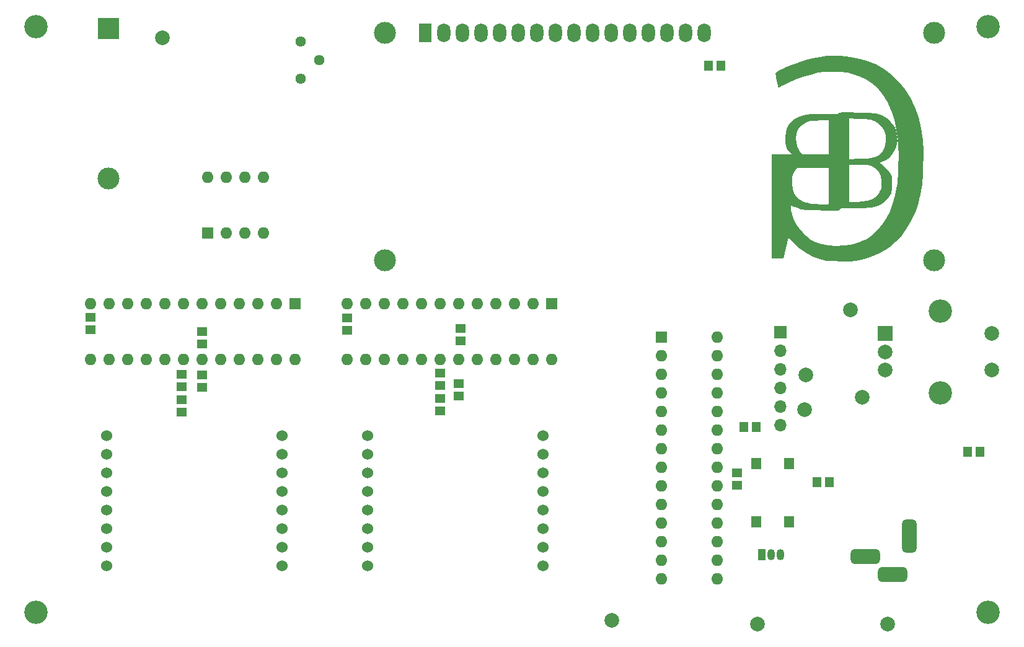
<source format=gbr>
%TF.GenerationSoftware,KiCad,Pcbnew,(6.0.5)*%
%TF.CreationDate,2022-07-19T18:48:39-04:00*%
%TF.ProjectId,Clock,436c6f63-6b2e-46b6-9963-61645f706362,rev?*%
%TF.SameCoordinates,PX4c4b400PY8a48640*%
%TF.FileFunction,Soldermask,Bot*%
%TF.FilePolarity,Negative*%
%FSLAX46Y46*%
G04 Gerber Fmt 4.6, Leading zero omitted, Abs format (unit mm)*
G04 Created by KiCad (PCBNEW (6.0.5)) date 2022-07-19 18:48:39*
%MOMM*%
%LPD*%
G01*
G04 APERTURE LIST*
G04 Aperture macros list*
%AMRoundRect*
0 Rectangle with rounded corners*
0 $1 Rounding radius*
0 $2 $3 $4 $5 $6 $7 $8 $9 X,Y pos of 4 corners*
0 Add a 4 corners polygon primitive as box body*
4,1,4,$2,$3,$4,$5,$6,$7,$8,$9,$2,$3,0*
0 Add four circle primitives for the rounded corners*
1,1,$1+$1,$2,$3*
1,1,$1+$1,$4,$5*
1,1,$1+$1,$6,$7*
1,1,$1+$1,$8,$9*
0 Add four rect primitives between the rounded corners*
20,1,$1+$1,$2,$3,$4,$5,0*
20,1,$1+$1,$4,$5,$6,$7,0*
20,1,$1+$1,$6,$7,$8,$9,0*
20,1,$1+$1,$8,$9,$2,$3,0*%
G04 Aperture macros list end*
%ADD10C,3.200000*%
%ADD11R,1.600000X1.600000*%
%ADD12O,1.600000X1.600000*%
%ADD13R,2.000000X2.000000*%
%ADD14C,2.000000*%
%ADD15C,1.524000*%
%ADD16C,3.000000*%
%ADD17R,1.800000X2.600000*%
%ADD18O,1.800000X2.600000*%
%ADD19C,1.440000*%
%ADD20R,1.050000X1.500000*%
%ADD21O,1.050000X1.500000*%
%ADD22R,1.400000X1.150000*%
%ADD23R,1.150000X1.400000*%
%ADD24RoundRect,0.500000X0.500000X-1.750000X0.500000X1.750000X-0.500000X1.750000X-0.500000X-1.750000X0*%
%ADD25RoundRect,0.500000X1.500000X0.500000X-1.500000X0.500000X-1.500000X-0.500000X1.500000X-0.500000X0*%
%ADD26R,3.000000X3.000000*%
%ADD27R,1.400000X1.600000*%
%ADD28R,1.700000X1.700000*%
%ADD29O,1.700000X1.700000*%
G04 APERTURE END LIST*
%TO.C,G\u002A\u002A\u002A*%
G36*
X121914426Y63328143D02*
G01*
X121908228Y62939959D01*
X121889207Y62662813D01*
X121850808Y62454605D01*
X121786474Y62273233D01*
X121689649Y62076593D01*
X121655475Y62014828D01*
X121375293Y61620291D01*
X121009754Y61232225D01*
X120610438Y60900169D01*
X120228923Y60673662D01*
X120023349Y60586289D01*
X119724618Y60477227D01*
X119419339Y60394242D01*
X119080305Y60333945D01*
X118680305Y60292947D01*
X118192131Y60267858D01*
X117588572Y60255290D01*
X116842420Y60251854D01*
X116604872Y60251831D01*
X116022685Y60250966D01*
X115583357Y60247527D01*
X115266782Y60239740D01*
X115052853Y60225829D01*
X114921464Y60204020D01*
X114852509Y60172538D01*
X114825880Y60129608D01*
X114821472Y60073454D01*
X114821323Y60054333D01*
X114813738Y60007130D01*
X114781345Y59970738D01*
X114706009Y59944124D01*
X114569596Y59926257D01*
X114353972Y59916104D01*
X114041003Y59912632D01*
X113612556Y59914808D01*
X113050496Y59921601D01*
X112336690Y59931977D01*
X111961196Y59937729D01*
X111309081Y59949341D01*
X110792652Y59962177D01*
X110388941Y59977938D01*
X110074980Y59998327D01*
X109827800Y60025047D01*
X109624432Y60059799D01*
X109441907Y60104286D01*
X109257258Y60160210D01*
X108926371Y60276019D01*
X108609754Y60403386D01*
X108386522Y60511197D01*
X108110435Y60670873D01*
X108110435Y60187079D01*
X108120562Y59987781D01*
X108240674Y59408192D01*
X108480386Y58782530D01*
X108819700Y58139156D01*
X109238618Y57506429D01*
X109717142Y56912708D01*
X110235273Y56386354D01*
X110773015Y55955725D01*
X111310369Y55649181D01*
X111467511Y55582830D01*
X112314028Y55315676D01*
X113253991Y55148267D01*
X114250055Y55081578D01*
X115264870Y55116583D01*
X116261089Y55254255D01*
X117201363Y55495569D01*
X117775998Y55708990D01*
X118421028Y56033257D01*
X119031034Y56450161D01*
X119657684Y56991165D01*
X120024278Y57357714D01*
X120633186Y58088240D01*
X121159886Y58901803D01*
X121611898Y59814585D01*
X121996745Y60842766D01*
X122321947Y62002527D01*
X122595027Y63310048D01*
X122641547Y63638595D01*
X122690249Y64159857D01*
X122730856Y64790588D01*
X122762658Y65497980D01*
X122784949Y66249224D01*
X122797020Y67011511D01*
X122798163Y67752035D01*
X122787670Y68437986D01*
X122764832Y69036556D01*
X122728942Y69514937D01*
X122723476Y69566501D01*
X122515122Y70997844D01*
X122209339Y72336185D01*
X121810749Y73567161D01*
X121323979Y74676411D01*
X120753652Y75649571D01*
X120489862Y76016668D01*
X119853898Y76743157D01*
X119135857Y77354022D01*
X118317116Y77861679D01*
X117379048Y78278547D01*
X116303029Y78617045D01*
X116141760Y78659191D01*
X115779794Y78748089D01*
X115468204Y78810335D01*
X115162936Y78850837D01*
X114819940Y78874505D01*
X114395162Y78886245D01*
X113844549Y78890967D01*
X113465659Y78890921D01*
X112901825Y78880478D01*
X112449572Y78854591D01*
X112071787Y78810718D01*
X111731353Y78746319D01*
X111587391Y78712813D01*
X110708606Y78474224D01*
X109753467Y78165298D01*
X108777285Y77806168D01*
X107835371Y77416971D01*
X106983038Y77017839D01*
X106914347Y76983518D01*
X106645104Y76854740D01*
X106450009Y76770601D01*
X106367393Y76747907D01*
X106344347Y76827216D01*
X106297756Y77035325D01*
X106236249Y77330887D01*
X106167873Y77672921D01*
X106100680Y78020444D01*
X106042718Y78332473D01*
X106002038Y78568027D01*
X105986690Y78686123D01*
X105987236Y78691051D01*
X106073157Y78782561D01*
X106287455Y78924592D01*
X106604022Y79103117D01*
X106996750Y79304110D01*
X107439530Y79513544D01*
X107906252Y79717392D01*
X108126600Y79807355D01*
X109078547Y80154156D01*
X110077143Y80457809D01*
X111083912Y80709477D01*
X112060378Y80900320D01*
X112968066Y81021498D01*
X113768500Y81064172D01*
X114849425Y81033795D01*
X116235990Y80896669D01*
X117531924Y80652076D01*
X118721114Y80303257D01*
X119787449Y79853454D01*
X120870173Y79232673D01*
X121928989Y78440869D01*
X122877281Y77523139D01*
X123713015Y76482783D01*
X124434157Y75323103D01*
X125038674Y74047399D01*
X125524530Y72658972D01*
X125889693Y71161123D01*
X126132127Y69557152D01*
X126135903Y69520840D01*
X126163736Y69114400D01*
X126182205Y68562129D01*
X126191010Y67885405D01*
X126189852Y67105606D01*
X126178434Y66244109D01*
X126168557Y65748834D01*
X126149918Y65035266D01*
X126125567Y64439465D01*
X126091921Y63928780D01*
X126045397Y63470559D01*
X125982413Y63032149D01*
X125899384Y62580899D01*
X125792729Y62084158D01*
X125658864Y61509273D01*
X125507176Y60935476D01*
X125091749Y59735249D01*
X124561965Y58581500D01*
X123932393Y57497886D01*
X123217604Y56508060D01*
X122432167Y55635676D01*
X121590650Y54904389D01*
X121040327Y54526957D01*
X120124360Y54021875D01*
X119120446Y53591801D01*
X118073932Y53255361D01*
X117030168Y53031183D01*
X117013818Y53028770D01*
X116768212Y53007838D01*
X116391256Y52992212D01*
X115917870Y52982629D01*
X115382969Y52979827D01*
X114821472Y52984544D01*
X114237984Y52995926D01*
X113715555Y53013566D01*
X113301290Y53038997D01*
X112962562Y53074961D01*
X112666746Y53124195D01*
X112381213Y53189440D01*
X112343928Y53199037D01*
X111278957Y53562437D01*
X110265593Y54080595D01*
X109323595Y54741661D01*
X108472717Y55533785D01*
X107801744Y56250937D01*
X107048562Y53371095D01*
X106262776Y53371006D01*
X105476991Y53370918D01*
X105476991Y63777272D01*
X108241029Y63777272D01*
X108243670Y63574157D01*
X108323294Y62858258D01*
X108518755Y62262174D01*
X108837321Y61777057D01*
X109286257Y61394056D01*
X109872829Y61104322D01*
X110604305Y60899006D01*
X110863674Y60856858D01*
X111238974Y60816580D01*
X111662499Y60786033D01*
X112098028Y60766328D01*
X112509339Y60758578D01*
X112860209Y60763897D01*
X113114418Y60783395D01*
X113235742Y60818186D01*
X113239068Y60825718D01*
X113253300Y60956950D01*
X113260010Y61101353D01*
X116095720Y61101353D01*
X117093880Y61106250D01*
X117819587Y61133853D01*
X118526842Y61229101D01*
X119104594Y61398420D01*
X119568231Y61648266D01*
X119933144Y61985094D01*
X120214721Y62415360D01*
X120246524Y62478211D01*
X120364667Y62740717D01*
X120432344Y62979543D01*
X120462932Y63259110D01*
X120469806Y63643841D01*
X120449957Y64072225D01*
X120338544Y64630174D01*
X120116380Y65106623D01*
X119769071Y65540528D01*
X119555690Y65736173D01*
X119268906Y65923717D01*
X118931871Y66055770D01*
X118515089Y66140268D01*
X117989066Y66185147D01*
X117324306Y66198342D01*
X116095720Y66198342D01*
X116095720Y61101353D01*
X113260010Y61101353D01*
X113266051Y61231372D01*
X113276827Y61627146D01*
X113285136Y62122435D01*
X113290483Y62695401D01*
X113292375Y63324206D01*
X113292375Y65773593D01*
X109037161Y65773593D01*
X108823145Y65559577D01*
X108662012Y65375227D01*
X108425046Y64951443D01*
X108287256Y64426560D01*
X108241029Y63777272D01*
X105476991Y63777272D01*
X105476991Y66962891D01*
X116095720Y66962891D01*
X117433679Y66970116D01*
X117964215Y66977918D01*
X118544415Y67005566D01*
X119009889Y67057830D01*
X119391741Y67140051D01*
X119721075Y67257569D01*
X120028994Y67415724D01*
X120349663Y67642111D01*
X120666608Y68008350D01*
X120895381Y68491977D01*
X120991551Y68813499D01*
X121086574Y69490530D01*
X121041900Y70146166D01*
X120865760Y70757002D01*
X120566388Y71299639D01*
X120152015Y71750673D01*
X119630873Y72086702D01*
X119460000Y72165099D01*
X119227362Y72257395D01*
X118991458Y72325139D01*
X118718965Y72373775D01*
X118376561Y72408745D01*
X117930924Y72435492D01*
X117348730Y72459459D01*
X116095720Y72505655D01*
X116095720Y66962891D01*
X105476991Y66962891D01*
X105476991Y67557540D01*
X108208624Y67557540D01*
X107909291Y67907243D01*
X107880555Y67941329D01*
X107628888Y68308746D01*
X107463776Y68717648D01*
X107373387Y69208222D01*
X107353900Y69642201D01*
X108807569Y69642201D01*
X108851072Y69261899D01*
X108977176Y68690735D01*
X109180957Y68205883D01*
X109472249Y67809589D01*
X109707698Y67557540D01*
X113292375Y67557540D01*
X113292375Y72245029D01*
X111987943Y72216167D01*
X111597133Y72207085D01*
X111203573Y72193651D01*
X110916256Y72172814D01*
X110698976Y72138301D01*
X110515531Y72083840D01*
X110329713Y72003158D01*
X110105319Y71889981D01*
X109654752Y71619864D01*
X109309738Y71302608D01*
X109070804Y70914942D01*
X108905151Y70416602D01*
X108883557Y70326860D01*
X108816873Y69964638D01*
X108807569Y69642201D01*
X107353900Y69642201D01*
X107345887Y69820657D01*
X107347267Y69964123D01*
X107397956Y70590346D01*
X107531697Y71107044D01*
X107762222Y71553142D01*
X108103263Y71967567D01*
X108481934Y72302442D01*
X109082582Y72667646D01*
X109809432Y72945493D01*
X109920083Y72975347D01*
X110122611Y73014258D01*
X110376003Y73042973D01*
X110704058Y73062749D01*
X111130573Y73074845D01*
X111679346Y73080516D01*
X112374177Y73081022D01*
X112719311Y73080523D01*
X113301106Y73081695D01*
X113742826Y73086805D01*
X114064426Y73097075D01*
X114285861Y73113726D01*
X114427086Y73137981D01*
X114508058Y73171063D01*
X114548732Y73214192D01*
X114554207Y73223110D01*
X114596678Y73261351D01*
X114678436Y73290361D01*
X114818132Y73310868D01*
X115034418Y73323599D01*
X115345947Y73329283D01*
X115771369Y73328645D01*
X116329337Y73322415D01*
X117038502Y73311320D01*
X117807828Y73296644D01*
X118443473Y73278675D01*
X118956773Y73254291D01*
X119371678Y73220158D01*
X119712141Y73172941D01*
X120002114Y73109308D01*
X120265548Y73025924D01*
X120526397Y72919455D01*
X120808611Y72786568D01*
X120981474Y72689537D01*
X121371658Y72398617D01*
X121753108Y72032924D01*
X122077526Y71641565D01*
X122296613Y71273648D01*
X122307414Y71248602D01*
X122431167Y70871811D01*
X122535906Y70400802D01*
X122608599Y69905354D01*
X122634050Y69490530D01*
X122636215Y69455242D01*
X122599454Y69083633D01*
X122469784Y68582068D01*
X122271106Y68093282D01*
X122029187Y67692116D01*
X121753639Y67383515D01*
X121366859Y67048215D01*
X120960193Y66776826D01*
X120587742Y66609964D01*
X120514023Y66586236D01*
X120331379Y66509028D01*
X120258261Y66446674D01*
X120264285Y66429800D01*
X120363287Y66331927D01*
X120545285Y66204709D01*
X120791878Y66022278D01*
X121141850Y65685858D01*
X121468037Y65296105D01*
X121717611Y64911303D01*
X121730953Y64886055D01*
X121812506Y64709307D01*
X121865900Y64525181D01*
X121896901Y64293066D01*
X121911274Y63972350D01*
X121913836Y63643841D01*
X121914783Y63522423D01*
X121914426Y63328143D01*
G37*
%TD*%
D10*
%TO.C,H4*%
X135000000Y5000000D03*
%TD*%
D11*
%TO.C,U5*%
X75453000Y47200000D03*
D12*
X72913000Y47200000D03*
X70373000Y47200000D03*
X67833000Y47200000D03*
X65293000Y47200000D03*
X62753000Y47200000D03*
X60213000Y47200000D03*
X57673000Y47200000D03*
X55133000Y47200000D03*
X52593000Y47200000D03*
X50053000Y47200000D03*
X47513000Y47200000D03*
X47513000Y39580000D03*
X50053000Y39580000D03*
X52593000Y39580000D03*
X55133000Y39580000D03*
X57673000Y39580000D03*
X60213000Y39580000D03*
X62753000Y39580000D03*
X65293000Y39580000D03*
X67833000Y39580000D03*
X70373000Y39580000D03*
X72913000Y39580000D03*
X75453000Y39580000D03*
%TD*%
D10*
%TO.C,SW1*%
X128500000Y46200000D03*
X128500000Y35000000D03*
D13*
X121000000Y43100000D03*
D14*
X121000000Y38100000D03*
X121000000Y40600000D03*
X135500000Y38100000D03*
X135500000Y43100000D03*
%TD*%
D15*
%TO.C,D2*%
X14618000Y29176000D03*
X14618000Y26636000D03*
X14618000Y24096000D03*
X14618000Y21556000D03*
X14618000Y19016000D03*
X14618000Y16476000D03*
X14618000Y13936000D03*
X14618000Y11396000D03*
X38618000Y11396000D03*
X38618000Y13936000D03*
X38618000Y16476000D03*
X38618000Y19016000D03*
X38618000Y21556000D03*
X38618000Y24096000D03*
X38618000Y26636000D03*
X38618000Y29176000D03*
%TD*%
D14*
%TO.C,A_TP1*%
X116215000Y46321000D03*
%TD*%
%TO.C,DO_TP1*%
X83600000Y3900000D03*
%TD*%
%TO.C,TX_TP1*%
X110100000Y37500000D03*
%TD*%
%TO.C,VCC_TP1*%
X103515000Y3395000D03*
%TD*%
D11*
%TO.C,U6*%
X40396000Y47210000D03*
D12*
X37856000Y47210000D03*
X35316000Y47210000D03*
X32776000Y47210000D03*
X30236000Y47210000D03*
X27696000Y47210000D03*
X25156000Y47210000D03*
X22616000Y47210000D03*
X20076000Y47210000D03*
X17536000Y47210000D03*
X14996000Y47210000D03*
X12456000Y47210000D03*
X12456000Y39590000D03*
X14996000Y39590000D03*
X17536000Y39590000D03*
X20076000Y39590000D03*
X22616000Y39590000D03*
X25156000Y39590000D03*
X27696000Y39590000D03*
X30236000Y39590000D03*
X32776000Y39590000D03*
X35316000Y39590000D03*
X37856000Y39590000D03*
X40396000Y39590000D03*
%TD*%
D10*
%TO.C,H2*%
X135000000Y85000000D03*
%TD*%
%TO.C,H3*%
X5000000Y5000000D03*
%TD*%
D14*
%TO.C,RX_TP1*%
X110000000Y32700000D03*
%TD*%
%TO.C,B_TP1*%
X117866000Y34383000D03*
%TD*%
D10*
%TO.C,H1*%
X5000000Y85000000D03*
%TD*%
D16*
%TO.C,DS1*%
X127680000Y84157500D03*
X52680900Y53156800D03*
X52680900Y84157500D03*
X127679480Y53156800D03*
D17*
X58180000Y84157500D03*
D18*
X60720000Y84157500D03*
X63260000Y84157500D03*
X65800000Y84157500D03*
X68340000Y84157500D03*
X70880000Y84157500D03*
X73420000Y84157500D03*
X75960000Y84157500D03*
X78500000Y84157500D03*
X81040000Y84157500D03*
X83580000Y84157500D03*
X86120000Y84157500D03*
X88660000Y84157500D03*
X91200000Y84157500D03*
X93740000Y84157500D03*
X96280000Y84157500D03*
%TD*%
D11*
%TO.C,U4*%
X28458000Y56862000D03*
D12*
X30998000Y56862000D03*
X33538000Y56862000D03*
X36078000Y56862000D03*
X36078000Y64482000D03*
X33538000Y64482000D03*
X30998000Y64482000D03*
X28458000Y64482000D03*
%TD*%
D19*
%TO.C,RV1*%
X41158000Y77944000D03*
X43698000Y80484000D03*
X41158000Y83024000D03*
%TD*%
D14*
%TO.C,VBAT_TP1*%
X22235000Y83532000D03*
%TD*%
%TO.C,TP_GND1*%
X121300000Y3400000D03*
%TD*%
D11*
%TO.C,U2*%
X90444000Y42628000D03*
D12*
X90444000Y40088000D03*
X90444000Y37548000D03*
X90444000Y35008000D03*
X90444000Y32468000D03*
X90444000Y29928000D03*
X90444000Y27388000D03*
X90444000Y24848000D03*
X90444000Y22308000D03*
X90444000Y19768000D03*
X90444000Y17228000D03*
X90444000Y14688000D03*
X90444000Y12148000D03*
X90444000Y9608000D03*
X98064000Y9608000D03*
X98064000Y12148000D03*
X98064000Y14688000D03*
X98064000Y17228000D03*
X98064000Y19768000D03*
X98064000Y22308000D03*
X98064000Y24848000D03*
X98064000Y27388000D03*
X98064000Y29928000D03*
X98064000Y32468000D03*
X98064000Y35008000D03*
X98064000Y37548000D03*
X98064000Y40088000D03*
X98064000Y42628000D03*
%TD*%
D20*
%TO.C,U3*%
X104150000Y12920000D03*
D21*
X105420000Y12920000D03*
X106690000Y12920000D03*
%TD*%
D15*
%TO.C,D1*%
X50240000Y29176000D03*
X50240000Y26636000D03*
X50240000Y24096000D03*
X50240000Y21556000D03*
X50240000Y19016000D03*
X50240000Y16476000D03*
X50240000Y13936000D03*
X50240000Y11396000D03*
X74240000Y11396000D03*
X74240000Y13936000D03*
X74240000Y16476000D03*
X74240000Y19016000D03*
X74240000Y21556000D03*
X74240000Y24096000D03*
X74240000Y26636000D03*
X74240000Y29176000D03*
%TD*%
D22*
%TO.C,C7*%
X62748000Y36288000D03*
X62748000Y34588000D03*
%TD*%
%TO.C,C8*%
X27696000Y37480000D03*
X27696000Y35780000D03*
%TD*%
%TO.C,R9*%
X24902000Y35858000D03*
X24902000Y37558000D03*
%TD*%
%TO.C,C1*%
X100721000Y24096000D03*
X100721000Y22396000D03*
%TD*%
%TO.C,R6*%
X60208000Y32517000D03*
X60208000Y34217000D03*
%TD*%
D23*
%TO.C,C11*%
X101649000Y30319000D03*
X103349000Y30319000D03*
%TD*%
D22*
%TO.C,C10*%
X27696000Y41700000D03*
X27696000Y43400000D03*
%TD*%
%TO.C,C9*%
X63002000Y42130000D03*
X63002000Y43830000D03*
%TD*%
D24*
%TO.C,J1*%
X124287000Y15460000D03*
D25*
X121987000Y10160000D03*
X118287000Y12660000D03*
%TD*%
D23*
%TO.C,R11*%
X96823000Y79722000D03*
X98523000Y79722000D03*
%TD*%
D22*
%TO.C,R4*%
X47508000Y45266000D03*
X47508000Y43566000D03*
%TD*%
D26*
%TO.C,BT1*%
X14900000Y84800000D03*
D16*
X14900000Y64310000D03*
%TD*%
D22*
%TO.C,R5*%
X12456000Y45354000D03*
X12456000Y43654000D03*
%TD*%
D23*
%TO.C,C12*%
X132250000Y27000000D03*
X133950000Y27000000D03*
%TD*%
D22*
%TO.C,R8*%
X24902000Y32390000D03*
X24902000Y34090000D03*
%TD*%
D27*
%TO.C,SW2*%
X103388000Y25366000D03*
X103388000Y17366000D03*
X107888000Y25366000D03*
X107888000Y17366000D03*
%TD*%
D23*
%TO.C,R10*%
X113382000Y22826000D03*
X111682000Y22826000D03*
%TD*%
D28*
%TO.C,J2*%
X106690000Y43273000D03*
D29*
X106690000Y40733000D03*
X106690000Y38193000D03*
X106690000Y35653000D03*
X106690000Y33113000D03*
X106690000Y30573000D03*
%TD*%
D22*
%TO.C,R7*%
X60208000Y36034000D03*
X60208000Y37734000D03*
%TD*%
M02*

</source>
